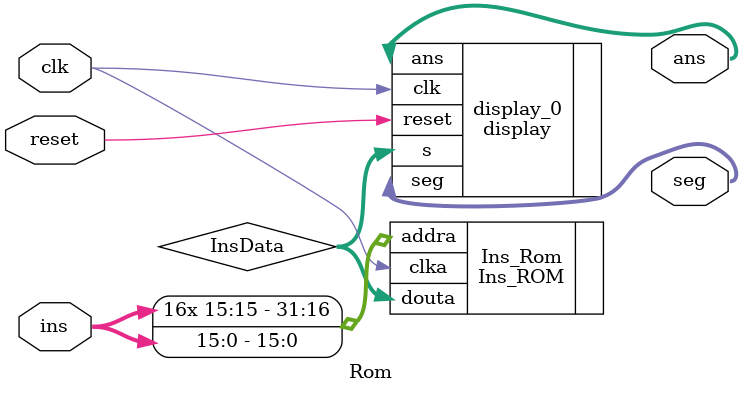
<source format=v>
`timescale 1ns / 1ps


module Rom(
    input [15:0] ins,
    input clk,
    input reset,
    output [6:0] seg,
    output [7:0] ans
    );
    wire [31:0] InsData;
    Ins_ROM Ins_Rom(.clka(clk),         // input wire clka
            .addra({{16{ins[15]}},ins[15:0]}),     // input wire [15 : 0] addra
            .douta(InsData[31:0])         // output wire [31 : 0] douta
    );
    display display_0(.clk(clk),.reset(reset),.s(InsData),.ans(ans),.seg(seg));
            
endmodule

</source>
